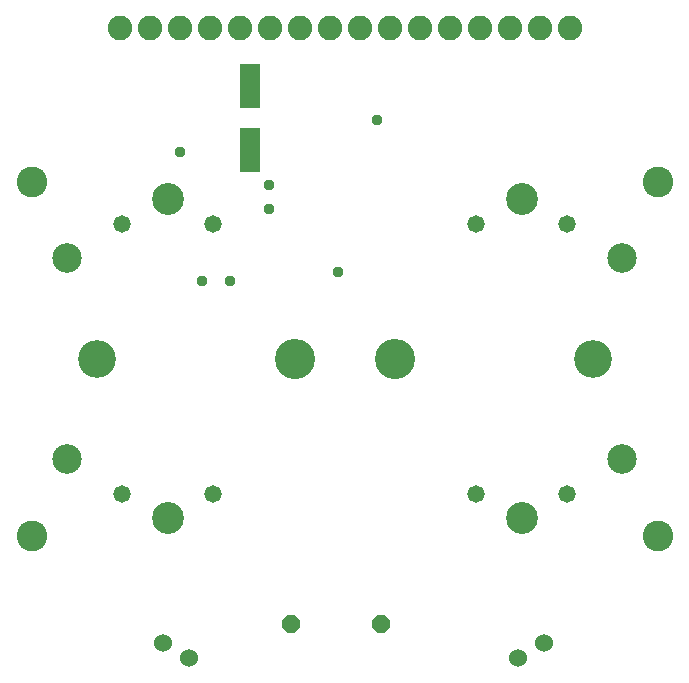
<source format=gbr>
G04 EAGLE Gerber X2 export*
%TF.Part,Single*%
%TF.FileFunction,Soldermask,Bot,1*%
%TF.FilePolarity,Negative*%
%TF.GenerationSoftware,Autodesk,EAGLE,9.0.0*%
%TF.CreationDate,2018-09-03T19:42:11Z*%
G75*
%MOMM*%
%FSLAX34Y34*%
%LPD*%
%AMOC8*
5,1,8,0,0,1.08239X$1,22.5*%
G01*
%ADD10C,2.703200*%
%ADD11C,1.473200*%
%ADD12C,3.203200*%
%ADD13C,3.403200*%
%ADD14C,2.503200*%
%ADD15C,2.603200*%
%ADD16C,2.082800*%
%ADD17R,1.803200X3.703200*%
%ADD18C,1.524000*%
%ADD19P,1.649562X8X22.500000*%
%ADD20C,0.959600*%


D10*
X150000Y435000D03*
X150000Y165000D03*
D11*
X188500Y414250D03*
X188500Y185750D03*
X111500Y185750D03*
X111500Y414250D03*
D12*
X90000Y300000D03*
D13*
X257500Y300000D03*
D14*
X65000Y385000D03*
X65000Y215000D03*
D10*
X450000Y165000D03*
X450000Y435000D03*
D11*
X411500Y185750D03*
X411500Y414250D03*
X488500Y414250D03*
X488500Y185750D03*
D12*
X510000Y300000D03*
D13*
X342500Y300000D03*
D14*
X535000Y215000D03*
X535000Y385000D03*
D15*
X35000Y450000D03*
X35000Y150000D03*
X565000Y450000D03*
X565000Y150000D03*
D16*
X490500Y580000D03*
X465100Y580000D03*
X439700Y580000D03*
X414300Y580000D03*
X388900Y580000D03*
X363500Y580000D03*
X338100Y580000D03*
X312700Y580000D03*
X287300Y580000D03*
X261900Y580000D03*
X236500Y580000D03*
X211100Y580000D03*
X185700Y580000D03*
X160300Y580000D03*
X134900Y580000D03*
X109500Y580000D03*
D17*
X219456Y530936D03*
X219456Y476936D03*
D18*
X168499Y46930D03*
X146501Y59630D03*
X446501Y46930D03*
X468499Y59630D03*
D19*
X254508Y75184D03*
X330708Y75184D03*
D20*
X203200Y365760D03*
X178816Y365760D03*
X235712Y426720D03*
X235712Y447040D03*
X327152Y501904D03*
X294640Y373888D03*
X160528Y475488D03*
M02*

</source>
